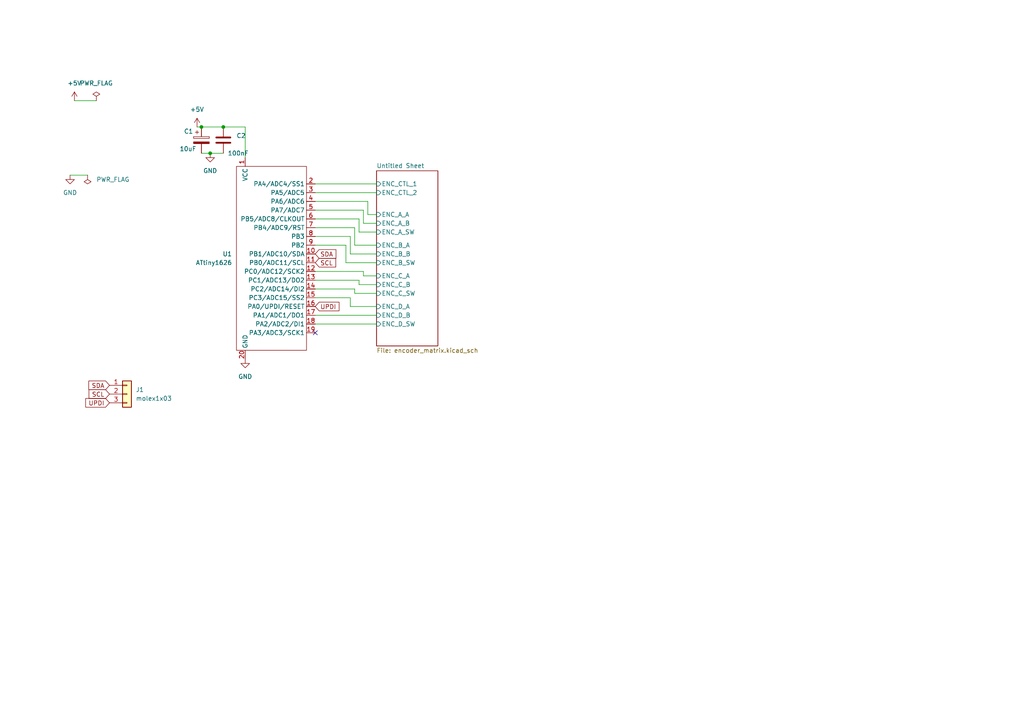
<source format=kicad_sch>
(kicad_sch (version 20230121) (generator eeschema)
  (paper "A4")
  (lib_symbols
    (symbol "3dAudioSym:C" (pin_numbers hide) (pin_names (offset 0.254))
      (property "Reference" "C" (at 0.635 2.54 0))
      (property "Value" "C" (at 0.635 -2.54 0))
      (symbol "C_0_1"
        (polyline (pts (xy -2.032 -0.762) (xy 2.032 -0.762)) (stroke (width 0.508)))
        (polyline (pts (xy -2.032 0.762) (xy 2.032 0.762)) (stroke (width 0.508)))
      )
      (symbol "C_1_1"
        (pin passive line (at 0 3.81 270) (length 2.794) (name "~") (number "1"))
        (pin passive line (at 0 -3.81 90) (length 2.794) (name "~") (number "2"))
      )
    )
    (symbol "3dAudioSym:C_Polarized" (pin_numbers hide) (pin_names (offset 0.254))
      (property "Reference" "C" (at 0.635 2.54 0))
      (property "Value" "C_Polarized" (at 0.635 -2.54 0))
      (symbol "C_Polarized_0_1"
        (rectangle (start -2.286 0.508) (end 2.286 1.016))
        (polyline (pts (xy -1.778 2.286) (xy -0.762 2.286)))
        (polyline (pts (xy -1.27 2.794) (xy -1.27 1.778)))
        (rectangle (start 2.286 -0.508) (end -2.286 -1.016) (fill (type outline)))
      )
      (symbol "C_Polarized_1_1"
        (pin passive line (at 0 3.81 270) (length 2.794) (name "~") (number "1"))
        (pin passive line (at 0 -3.81 90) (length 2.794) (name "~") (number "2"))
      )
    )
    (symbol "3dAudioSym:molex1x03" (pin_names (offset 1.016) hide)
      (property "Reference" "J" (at 0 5.08 0))
      (property "Value" "molex1x03" (at 0 -5.08 0))
      (symbol "molex1x03_1_1"
        (rectangle (start -1.27 -2.413) (end 0 -2.667) (stroke (width 0.1524)))
        (rectangle (start -1.27 0.127) (end 0 -0.127) (stroke (width 0.1524)))
        (rectangle (start -1.27 2.667) (end 0 2.413) (stroke (width 0.1524)))
        (rectangle (start -1.27 3.81) (end 1.27 -3.81) (stroke (width 0.254)) (fill (type background)))
        (pin passive line (at -5.08 2.54 0) (length 3.81) (name "Pin_1") (number "1"))
        (pin passive line (at -5.08 0 0) (length 3.81) (name "Pin_2") (number "2"))
        (pin passive line (at -5.08 -2.54 0) (length 3.81) (name "Pin_3") (number "3"))
      )
    )
    (symbol "ATtiny1626_1"
      (property "Reference" "U1" (at -12.1412 2.1785 0))
      (property "Value" "ATtiny1626_1" (at -12.1412 -0.5966 0))
      (symbol "ATtiny1626_1_0_0"
        (pin power_in line (at -8.89 30.48 270) (length 2.54) (name "VCC") (number "1"))
        (pin bidirectional line (at 11.43 2.54 180) (length 2.54) (name "PB1/ADC10/SDA") (number "10"))
        (pin bidirectional line (at 11.43 0 180) (length 2.54) (name "PB0/ADC11/SCL") (number "11"))
        (pin bidirectional line (at 11.43 -2.54 180) (length 2.54) (name "PC0/ADC12/SCK2") (number "12"))
        (pin bidirectional line (at 11.43 -5.08 180) (length 2.54) (name "PC1/ADC13/DO2") (number "13"))
        (pin bidirectional line (at 11.43 -7.62 180) (length 2.54) (name "PC2/ADC14/DI2") (number "14"))
        (pin bidirectional line (at 11.43 -10.16 180) (length 2.54) (name "PC3/ADC15/SS2") (number "15"))
        (pin bidirectional line (at 11.43 -12.7 180) (length 2.54) (name "PA0/UPDI/RESET") (number "16"))
        (pin bidirectional line (at 11.43 -15.24 180) (length 2.54) (name "PA1/ADC1/DO1") (number "17"))
        (pin bidirectional line (at 11.43 -17.78 180) (length 2.54) (name "PA2/ADC2/DI1") (number "18"))
        (pin bidirectional line (at 11.43 -20.32 180) (length 2.54) (name "PA3/ADC3/SCK1") (number "19"))
        (pin bidirectional line (at 11.43 22.86 180) (length 2.54) (name "PA4/ADC4/SS1") (number "2"))
        (pin power_in line (at -8.89 -27.94 90) (length 2.54) (name "GND") (number "20"))
        (pin bidirectional line (at 11.43 20.32 180) (length 2.54) (name "PA5/ADC5") (number "3"))
        (pin bidirectional line (at 11.43 17.78 180) (length 2.54) (name "PA6/ADC6") (number "4"))
        (pin bidirectional line (at 11.43 15.24 180) (length 2.54) (name "PA7/ADC7") (number "5"))
        (pin bidirectional line (at 11.43 12.7 180) (length 2.54) (name "PB5/ADC8/CLKOUT") (number "6"))
        (pin bidirectional line (at 11.43 10.16 180) (length 2.54) (name "PB4/ADC9/RST") (number "7"))
        (pin bidirectional line (at 11.43 7.62 180) (length 2.54) (name "PB3") (number "8"))
        (pin bidirectional line (at 11.43 5.08 180) (length 2.54) (name "PB2") (number "9"))
      )
      (symbol "ATtiny1626_1_0_1"
        (rectangle (start -11.43 27.94) (end 8.89 -25.4) (stroke (width 0.1524)))
      )
    )
    (symbol "power:+5V" (power) (pin_names (offset 0))
      (property "Value" "+5V" (at 0 3.556 0))
      (symbol "+5V_0_1"
        (polyline (pts (xy -0.762 1.27) (xy 0 2.54)))
        (polyline (pts (xy 0 0) (xy 0 2.54)))
        (polyline (pts (xy 0 2.54) (xy 0.762 1.27)))
      )
      (symbol "+5V_1_1"
        (pin power_in line (at 0 0 90) (length 0) hide (name "+5V") (number "1"))
      )
    )
    (symbol "power:GND" (power) (pin_names (offset 0))
      (property "Value" "GND" (at 0 -3.81 0))
      (symbol "GND_0_1"
        (polyline (pts (xy 0 0) (xy 0 -1.27) (xy 1.27 -1.27) (xy 0 -2.54) (xy -1.27 -1.27) (xy 0 -1.27)))
      )
      (symbol "GND_1_1"
        (pin power_in line (at 0 0 270) (length 0) hide (name "GND") (number "1"))
      )
    )
    (symbol "power:PWR_FLAG" (power) (pin_numbers hide) (pin_names (offset 0) hide)
      (property "Value" "PWR_FLAG" (at 0 3.81 0))
      (symbol "PWR_FLAG_0_0"
        (pin power_out line (at 0 0 90) (length 0) (name "pwr") (number "1"))
      )
      (symbol "PWR_FLAG_0_1"
        (polyline (pts (xy 0 0) (xy 0 1.27) (xy -1.016 1.905) (xy 0 2.54) (xy 1.016 1.905) (xy 0 1.27)))
      )
    )
  )
  (junction (at 64.77 36.83))
  (junction (at 60.96 44.45))
  (junction (at 58.42 36.83))
  (no_connect (at 91.44 96.52))
  (wire (pts (xy 104.14 63.5) (xy 104.14 67.31)))
  (wire (pts (xy 100.33 76.2) (xy 109.22 76.2)))
  (wire (pts (xy 106.68 58.42) (xy 106.68 62.23)))
  (wire (pts (xy 58.42 44.45) (xy 60.96 44.45)))
  (wire (pts (xy 104.14 82.55) (xy 109.22 82.55)))
  (wire (pts (xy 101.6 88.9) (xy 109.22 88.9)))
  (wire (pts (xy 91.44 63.5) (xy 104.14 63.5)))
  (wire (pts (xy 101.6 86.36) (xy 101.6 88.9)))
  (wire (pts (xy 104.14 67.31) (xy 109.22 67.31)))
  (wire (pts (xy 101.6 73.66) (xy 109.22 73.66)))
  (wire (pts (xy 91.44 86.36) (xy 101.6 86.36)))
  (wire (pts (xy 57.15 36.83) (xy 58.42 36.83)))
  (wire (pts (xy 100.33 71.12) (xy 100.33 76.2)))
  (wire (pts (xy 91.44 81.28) (xy 104.14 81.28)))
  (wire (pts (xy 102.87 66.04) (xy 102.87 71.12)))
  (wire (pts (xy 91.44 58.42) (xy 106.68 58.42)))
  (wire (pts (xy 102.87 83.82) (xy 102.87 85.09)))
  (wire (pts (xy 91.44 93.98) (xy 109.22 93.98)))
  (wire (pts (xy 71.12 36.83) (xy 71.12 45.72)))
  (wire (pts (xy 91.44 55.88) (xy 109.22 55.88)))
  (wire (pts (xy 91.44 60.96) (xy 105.41 60.96)))
  (wire (pts (xy 105.41 80.01) (xy 109.22 80.01)))
  (wire (pts (xy 101.6 68.58) (xy 101.6 73.66)))
  (wire (pts (xy 105.41 64.77) (xy 109.22 64.77)))
  (wire (pts (xy 58.42 36.83) (xy 64.77 36.83)))
  (wire (pts (xy 20.32 50.8) (xy 25.4 50.8)))
  (wire (pts (xy 105.41 60.96) (xy 105.41 64.77)))
  (wire (pts (xy 64.77 36.83) (xy 71.12 36.83)))
  (wire (pts (xy 102.87 85.09) (xy 109.22 85.09)))
  (wire (pts (xy 91.44 78.74) (xy 105.41 78.74)))
  (wire (pts (xy 91.44 53.34) (xy 109.22 53.34)))
  (wire (pts (xy 105.41 78.74) (xy 105.41 80.01)))
  (wire (pts (xy 91.44 91.44) (xy 109.22 91.44)))
  (wire (pts (xy 91.44 68.58) (xy 101.6 68.58)))
  (wire (pts (xy 60.96 44.45) (xy 64.77 44.45)))
  (wire (pts (xy 106.68 62.23) (xy 109.22 62.23)))
  (wire (pts (xy 91.44 83.82) (xy 102.87 83.82)))
  (wire (pts (xy 91.44 71.12) (xy 100.33 71.12)))
  (wire (pts (xy 91.44 66.04) (xy 102.87 66.04)))
  (wire (pts (xy 102.87 71.12) (xy 109.22 71.12)))
  (wire (pts (xy 21.59 29.21) (xy 27.94 29.21)))
  (wire (pts (xy 104.14 81.28) (xy 104.14 82.55)))
  (global_label "UPDI" (shape input) (at 91.44 88.9 0) (property "Intersheetrefs" "${INTERSHEET_REFS}" (effects hide)))
  (global_label "UPDI" (shape input) (at 31.75 116.84 180) (property "Intersheetrefs" "${INTERSHEET_REFS}" (effects hide)))
  (global_label "SDA" (shape input) (at 91.44 73.66 0) (property "Intersheetrefs" "${INTERSHEET_REFS}" (effects hide)))
  (global_label "SCL" (shape input) (at 31.75 114.3 180) (property "Intersheetrefs" "${INTERSHEET_REFS}" (effects hide)))
  (global_label "SDA" (shape input) (at 31.75 111.76 180) (property "Intersheetrefs" "${INTERSHEET_REFS}" (effects hide)))
  (global_label "SCL" (shape input) (at 91.44 76.2 0) (property "Intersheetrefs" "${INTERSHEET_REFS}" (effects hide)))
  (symbol (lib_id "power:+5V") (at 57.15 36.83 0) (unit 1)
    (property "Reference" "#PWR01" (effects hide))
    (property "Value" "+5V" (at 57.15 31.75 0))
  )
  (symbol (lib_id "3dAudioSym:C_Polarized") (at 58.42 40.64 0) (unit 1)
    (property "Reference" "C1" (at 53.34 38.1 0) (effects (justify left)))
    (property "Value" "10uF" (at 52.07 43.18 0) (effects (justify left)))
    (property "Footprint" "Capacitor_THT:CP_Radial_D4.0mm_P1.50mm" (effects hide))
  )
  (symbol (lib_id "power:GND") (at 71.12 104.14 0) (unit 1)
    (property "Reference" "#PWR03" (effects hide))
    (property "Value" "GND" (at 71.12 109.22 0))
  )
  (symbol (lib_id "power:PWR_FLAG") (at 27.94 29.21 0) (unit 1)
    (property "Reference" "#FLG02" (effects hide))
    (property "Value" "PWR_FLAG" (at 27.94 24.13 0))
  )
  (symbol (lib_id "3dAudioSym:C") (at 64.77 40.64 0) (unit 1)
    (property "Reference" "C2" (at 68.58 39.3699 0) (effects (justify left)))
    (property "Value" "100nF" (at 66.04 44.45 0) (effects (justify left)))
    (property "Footprint" "Capacitor_SMD:C_1206_3216Metric_Pad1.33x1.80mm_HandSolder" (effects hide))
  )
  (symbol (lib_name "ATtiny1626_1") (lib_id "3dAudioSym:ATtiny1626") (at 80.01 76.2 0) (unit 1)
    (property "Reference" "U1" (at 67.31 73.6599 0) (effects (justify right)))
    (property "Value" "ATtiny1626" (at 67.31 76.1999 0) (effects (justify right)))
    (property "Footprint" "3dAudioFoot:attiny1626" (effects hide))
  )
  (symbol (lib_id "3dAudioSym:molex1x03") (at 36.83 114.3 0) (unit 1)
    (property "Reference" "J1" (at 39.37 113.0299 0) (effects (justify left)))
    (property "Value" "molex1x03" (at 39.37 115.5699 0) (effects (justify left)))
    (property "Footprint" "3dAudioFoot:Molex_KK-254_AE-6410-03A_1x03_P2.54mm_Vertical" (effects hide))
  )
  (symbol (lib_id "power:PWR_FLAG") (at 25.4 50.8 180) (unit 1)
    (property "Reference" "#FLG01" (effects hide))
    (property "Value" "PWR_FLAG" (at 27.94 52.0699 0) (effects (justify right)))
  )
  (symbol (lib_id "power:GND") (at 20.32 50.8 0) (unit 1)
    (property "Reference" "#PWR060" (effects hide))
    (property "Value" "GND" (at 20.32 55.88 0))
  )
  (symbol (lib_id "power:+5V") (at 21.59 29.21 0) (unit 1)
    (property "Reference" "#PWR061" (effects hide))
    (property "Value" "+5V" (at 21.59 24.13 0))
  )
  (symbol (lib_id "power:GND") (at 60.96 44.45 0) (unit 1)
    (property "Reference" "#PWR02" (effects hide))
    (property "Value" "GND" (at 60.96 49.53 0))
  )
  (sheet (at 109.22 49.53) (size 17.78 50.8) (stroke (width 0.1524))
    (property "Sheetname" "Untitled Sheet" (at 109.22 48.8184 0) (effects (justify left bottom)))
    (property "Sheetfile" "encoder_matrix.kicad_sch" (at 109.22 100.9146 0) (effects (justify left top)))
    (pin "ENC_C_B" input (at 109.22 82.55 180))
    (pin "ENC_C_A" input (at 109.22 80.01 180))
    (pin "ENC_C_SW" input (at 109.22 85.09 180))
    (pin "ENC_CTL_2" input (at 109.22 55.88 180))
    (pin "ENC_D_A" input (at 109.22 88.9 180))
    (pin "ENC_CTL_1" input (at 109.22 53.34 180))
    (pin "ENC_D_SW" input (at 109.22 93.98 180))
    (pin "ENC_D_B" input (at 109.22 91.44 180))
    (pin "ENC_A_B" input (at 109.22 64.77 180))
    (pin "ENC_A_A" input (at 109.22 62.23 180))
    (pin "ENC_A_SW" input (at 109.22 67.31 180))
    (pin "ENC_B_A" input (at 109.22 71.12 180))
    (pin "ENC_B_B" input (at 109.22 73.66 180))
    (pin "ENC_B_SW" input (at 109.22 76.2 180))
  )
)
</source>
